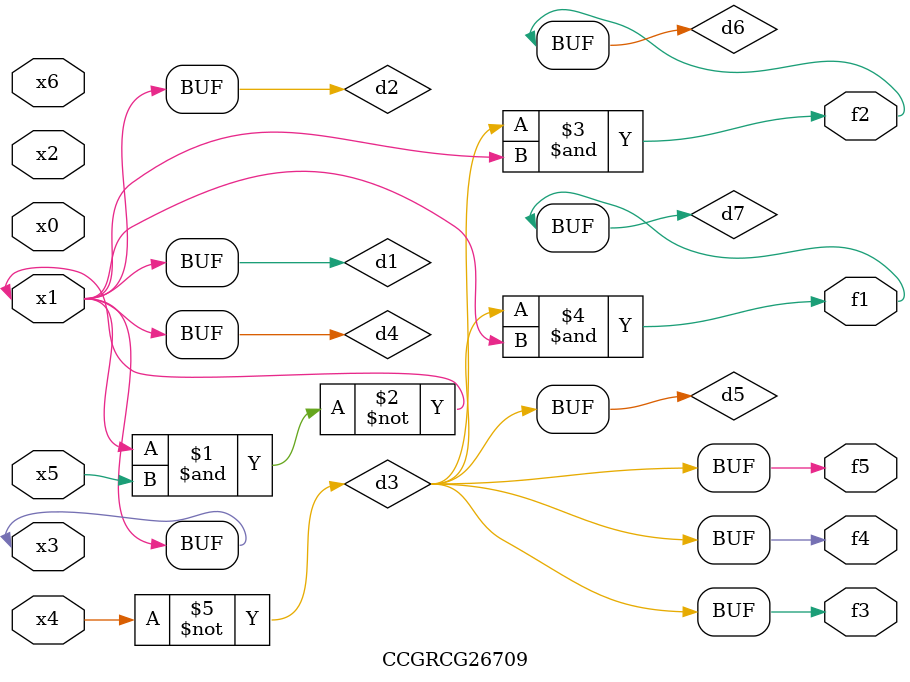
<source format=v>
module CCGRCG26709(
	input x0, x1, x2, x3, x4, x5, x6,
	output f1, f2, f3, f4, f5
);

	wire d1, d2, d3, d4, d5, d6, d7;

	buf (d1, x1, x3);
	nand (d2, x1, x5);
	not (d3, x4);
	buf (d4, d1, d2);
	buf (d5, d3);
	and (d6, d3, d4);
	and (d7, d3, d4);
	assign f1 = d7;
	assign f2 = d6;
	assign f3 = d5;
	assign f4 = d5;
	assign f5 = d5;
endmodule

</source>
